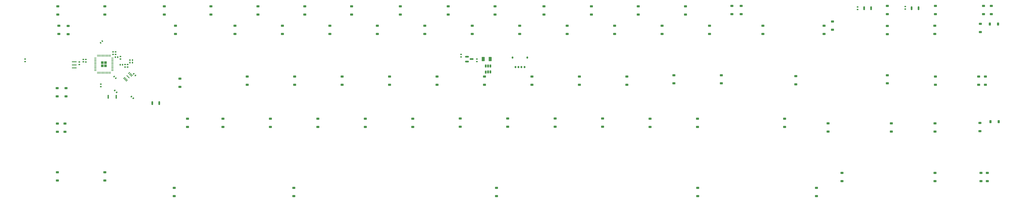
<source format=gbr>
%TF.GenerationSoftware,KiCad,Pcbnew,7.0.2*%
%TF.CreationDate,2023-07-13T16:44:56+10:00*%
%TF.ProjectId,W1-AT PCB,57312d41-5420-4504-9342-2e6b69636164,rev?*%
%TF.SameCoordinates,Original*%
%TF.FileFunction,Paste,Bot*%
%TF.FilePolarity,Positive*%
%FSLAX46Y46*%
G04 Gerber Fmt 4.6, Leading zero omitted, Abs format (unit mm)*
G04 Created by KiCad (PCBNEW 7.0.2) date 2023-07-13 16:44:56*
%MOMM*%
%LPD*%
G01*
G04 APERTURE LIST*
G04 Aperture macros list*
%AMRoundRect*
0 Rectangle with rounded corners*
0 $1 Rounding radius*
0 $2 $3 $4 $5 $6 $7 $8 $9 X,Y pos of 4 corners*
0 Add a 4 corners polygon primitive as box body*
4,1,4,$2,$3,$4,$5,$6,$7,$8,$9,$2,$3,0*
0 Add four circle primitives for the rounded corners*
1,1,$1+$1,$2,$3*
1,1,$1+$1,$4,$5*
1,1,$1+$1,$6,$7*
1,1,$1+$1,$8,$9*
0 Add four rect primitives between the rounded corners*
20,1,$1+$1,$2,$3,$4,$5,0*
20,1,$1+$1,$4,$5,$6,$7,0*
20,1,$1+$1,$6,$7,$8,$9,0*
20,1,$1+$1,$8,$9,$2,$3,0*%
G04 Aperture macros list end*
%ADD10RoundRect,0.225000X0.375000X-0.225000X0.375000X0.225000X-0.375000X0.225000X-0.375000X-0.225000X0*%
%ADD11RoundRect,0.250000X-0.375000X-0.625000X0.375000X-0.625000X0.375000X0.625000X-0.375000X0.625000X0*%
%ADD12RoundRect,0.225000X-0.375000X0.225000X-0.375000X-0.225000X0.375000X-0.225000X0.375000X0.225000X0*%
%ADD13RoundRect,0.150000X-0.150000X-0.275000X0.150000X-0.275000X0.150000X0.275000X-0.150000X0.275000X0*%
%ADD14RoundRect,0.175000X-0.175000X-0.225000X0.175000X-0.225000X0.175000X0.225000X-0.175000X0.225000X0*%
%ADD15RoundRect,0.250000X0.292217X-0.292217X0.292217X0.292217X-0.292217X0.292217X-0.292217X-0.292217X0*%
%ADD16RoundRect,0.050000X0.050000X-0.387500X0.050000X0.387500X-0.050000X0.387500X-0.050000X-0.387500X0*%
%ADD17RoundRect,0.050000X0.387500X-0.050000X0.387500X0.050000X-0.387500X0.050000X-0.387500X-0.050000X0*%
%ADD18RoundRect,0.135000X0.135000X0.185000X-0.135000X0.185000X-0.135000X-0.185000X0.135000X-0.185000X0*%
%ADD19RoundRect,0.135000X-0.226274X-0.035355X-0.035355X-0.226274X0.226274X0.035355X0.035355X0.226274X0*%
%ADD20RoundRect,0.140000X-0.170000X0.140000X-0.170000X-0.140000X0.170000X-0.140000X0.170000X0.140000X0*%
%ADD21RoundRect,0.150000X0.150000X-0.600000X0.150000X0.600000X-0.150000X0.600000X-0.150000X-0.600000X0*%
%ADD22RoundRect,0.225000X-0.225000X-0.375000X0.225000X-0.375000X0.225000X0.375000X-0.225000X0.375000X0*%
%ADD23RoundRect,0.135000X-0.185000X0.135000X-0.185000X-0.135000X0.185000X-0.135000X0.185000X0.135000X0*%
%ADD24RoundRect,0.140000X-0.140000X-0.170000X0.140000X-0.170000X0.140000X0.170000X-0.140000X0.170000X0*%
%ADD25RoundRect,0.140000X-0.219203X-0.021213X-0.021213X-0.219203X0.219203X0.021213X0.021213X0.219203X0*%
%ADD26RoundRect,0.140000X0.170000X-0.140000X0.170000X0.140000X-0.170000X0.140000X-0.170000X-0.140000X0*%
%ADD27RoundRect,0.135000X0.226274X0.035355X0.035355X0.226274X-0.226274X-0.035355X-0.035355X-0.226274X0*%
%ADD28RoundRect,0.150000X0.150000X-0.475000X0.150000X0.475000X-0.150000X0.475000X-0.150000X-0.475000X0*%
%ADD29RoundRect,0.137500X-0.137500X-0.612500X0.137500X-0.612500X0.137500X0.612500X-0.137500X0.612500X0*%
%ADD30RoundRect,0.140000X0.021213X-0.219203X0.219203X-0.021213X-0.021213X0.219203X-0.219203X0.021213X0*%
%ADD31RoundRect,0.135000X0.185000X-0.135000X0.185000X0.135000X-0.185000X0.135000X-0.185000X-0.135000X0*%
%ADD32RoundRect,0.150000X-0.587500X-0.150000X0.587500X-0.150000X0.587500X0.150000X-0.587500X0.150000X0*%
%ADD33O,1.900000X0.400000*%
%ADD34RoundRect,0.100000X0.850000X-0.100000X0.850000X0.100000X-0.850000X0.100000X-0.850000X-0.100000X0*%
%ADD35RoundRect,0.075000X-0.318198X-0.212132X-0.212132X-0.318198X0.318198X0.212132X0.212132X0.318198X0*%
%ADD36RoundRect,0.062500X0.494975X-0.583363X0.583363X-0.494975X-0.494975X0.583363X-0.583363X0.494975X0*%
G04 APERTURE END LIST*
D10*
%TO.C,D11*%
X168529000Y-49402000D03*
X168529000Y-46102000D03*
%TD*%
D11*
%TO.C,F2*%
X296542000Y-67310000D03*
X299342000Y-67310000D03*
%TD*%
D10*
%TO.C,D15*%
X172478670Y-122300000D03*
X172478670Y-119000000D03*
%TD*%
D12*
%TO.C,D56*%
X373062500Y-73756250D03*
X373062500Y-77056250D03*
%TD*%
D10*
%TO.C,D67*%
X458787500Y-49275000D03*
X458787500Y-45975000D03*
%TD*%
D12*
%TO.C,D28*%
X230187500Y-91218750D03*
X230187500Y-94518750D03*
%TD*%
D13*
%TO.C,J3*%
X309477000Y-70455000D03*
X310677000Y-70455000D03*
X311877000Y-70455000D03*
X313077000Y-70455000D03*
D14*
X308327000Y-66680000D03*
X314227000Y-66680000D03*
%TD*%
D12*
%TO.C,D57*%
X363537500Y-91218750D03*
X363537500Y-94518750D03*
%TD*%
D10*
%TO.C,D83*%
X500507000Y-49275000D03*
X500507000Y-45975000D03*
%TD*%
%TO.C,D73*%
X478028000Y-49275000D03*
X478028000Y-45975000D03*
%TD*%
D12*
%TO.C,D80*%
X495427000Y-74296000D03*
X495427000Y-77596000D03*
%TD*%
D15*
%TO.C,U4*%
X143634500Y-70011250D03*
X144909500Y-70011250D03*
X143634500Y-68736250D03*
X144909500Y-68736250D03*
D16*
X146872000Y-72811250D03*
X146472000Y-72811250D03*
X146072000Y-72811250D03*
X145672000Y-72811250D03*
X145272000Y-72811250D03*
X144872000Y-72811250D03*
X144472000Y-72811250D03*
X144072000Y-72811250D03*
X143672000Y-72811250D03*
X143272000Y-72811250D03*
X142872000Y-72811250D03*
X142472000Y-72811250D03*
X142072000Y-72811250D03*
X141672000Y-72811250D03*
D17*
X140834500Y-71973750D03*
X140834500Y-71573750D03*
X140834500Y-71173750D03*
X140834500Y-70773750D03*
X140834500Y-70373750D03*
X140834500Y-69973750D03*
X140834500Y-69573750D03*
X140834500Y-69173750D03*
X140834500Y-68773750D03*
X140834500Y-68373750D03*
X140834500Y-67973750D03*
X140834500Y-67573750D03*
X140834500Y-67173750D03*
X140834500Y-66773750D03*
D16*
X141672000Y-65936250D03*
X142072000Y-65936250D03*
X142472000Y-65936250D03*
X142872000Y-65936250D03*
X143272000Y-65936250D03*
X143672000Y-65936250D03*
X144072000Y-65936250D03*
X144472000Y-65936250D03*
X144872000Y-65936250D03*
X145272000Y-65936250D03*
X145672000Y-65936250D03*
X146072000Y-65936250D03*
X146472000Y-65936250D03*
X146872000Y-65936250D03*
D17*
X147709500Y-66773750D03*
X147709500Y-67173750D03*
X147709500Y-67573750D03*
X147709500Y-67973750D03*
X147709500Y-68373750D03*
X147709500Y-68773750D03*
X147709500Y-69173750D03*
X147709500Y-69573750D03*
X147709500Y-69973750D03*
X147709500Y-70373750D03*
X147709500Y-70773750D03*
X147709500Y-71173750D03*
X147709500Y-71573750D03*
X147709500Y-71973750D03*
%TD*%
D12*
%TO.C,D47*%
X330200000Y-53912500D03*
X330200000Y-57212500D03*
%TD*%
%TO.C,D39*%
X292100000Y-53912500D03*
X292100000Y-57212500D03*
%TD*%
%TO.C,D27*%
X239903000Y-74296000D03*
X239903000Y-77596000D03*
%TD*%
%TO.C,D64*%
X408781250Y-53912500D03*
X408781250Y-57212500D03*
%TD*%
D10*
%TO.C,D42*%
X301244000Y-49402000D03*
X301244000Y-46102000D03*
%TD*%
%TO.C,D33*%
X263271000Y-49402000D03*
X263271000Y-46102000D03*
%TD*%
D18*
%TO.C,R4*%
X155716670Y-68707000D03*
X154696670Y-68707000D03*
%TD*%
D12*
%TO.C,D76*%
X477901000Y-93092000D03*
X477901000Y-96392000D03*
%TD*%
%TO.C,D43*%
X311150000Y-53912500D03*
X311150000Y-57212500D03*
%TD*%
D19*
%TO.C,R7*%
X148623046Y-79903376D03*
X149344294Y-80624624D03*
%TD*%
D20*
%TO.C,C10*%
X143014670Y-77371000D03*
X143014670Y-78331000D03*
%TD*%
D12*
%TO.C,D69*%
X433387500Y-53912500D03*
X433387500Y-57212500D03*
%TD*%
D10*
%TO.C,D63*%
X396367000Y-49275000D03*
X396367000Y-45975000D03*
%TD*%
D21*
%TO.C,D93*%
X449450000Y-46831250D03*
X452250000Y-46831250D03*
%TD*%
D12*
%TO.C,D14*%
X177800000Y-91218750D03*
X177800000Y-94518750D03*
%TD*%
%TO.C,D34*%
X273050000Y-53912500D03*
X273050000Y-57212500D03*
%TD*%
D22*
%TO.C,D84*%
X499874000Y-53213000D03*
X503174000Y-53213000D03*
%TD*%
D12*
%TO.C,D52*%
X354203000Y-74296000D03*
X354203000Y-77596000D03*
%TD*%
%TO.C,D88*%
X458724000Y-53976000D03*
X458724000Y-57276000D03*
%TD*%
%TO.C,D85*%
X498094000Y-74296000D03*
X498094000Y-77596000D03*
%TD*%
%TO.C,D23*%
X220853000Y-74296000D03*
X220853000Y-77596000D03*
%TD*%
%TO.C,D89*%
X458787500Y-73756250D03*
X458787500Y-77056250D03*
%TD*%
D22*
%TO.C,D86*%
X500127000Y-92456000D03*
X503427000Y-92456000D03*
%TD*%
D10*
%TO.C,D6*%
X144653000Y-49402000D03*
X144653000Y-46102000D03*
%TD*%
D12*
%TO.C,D48*%
X335153000Y-74296000D03*
X335153000Y-77596000D03*
%TD*%
D10*
%TO.C,D78*%
X497332000Y-49275000D03*
X497332000Y-45975000D03*
%TD*%
D21*
%TO.C,D92*%
X163700000Y-84931250D03*
X166500000Y-84931250D03*
%TD*%
D23*
%TO.C,R6*%
X112661670Y-67308000D03*
X112661670Y-68328000D03*
%TD*%
D24*
%TO.C,C6*%
X150777000Y-69596000D03*
X151737000Y-69596000D03*
%TD*%
D10*
%TO.C,D20*%
X220472000Y-122300000D03*
X220472000Y-119000000D03*
%TD*%
D12*
%TO.C,D74*%
X477837500Y-53912500D03*
X477837500Y-57212500D03*
%TD*%
%TO.C,D79*%
X496093750Y-53118750D03*
X496093750Y-56418750D03*
%TD*%
D10*
%TO.C,D58*%
X377698000Y-49402000D03*
X377698000Y-46102000D03*
%TD*%
D12*
%TO.C,D71*%
X434975000Y-93092000D03*
X434975000Y-96392000D03*
%TD*%
D10*
%TO.C,D8*%
X129032000Y-82295000D03*
X129032000Y-78995000D03*
%TD*%
D12*
%TO.C,D10*%
X144653000Y-112777000D03*
X144653000Y-116077000D03*
%TD*%
%TO.C,D81*%
X495935000Y-92965000D03*
X495935000Y-96265000D03*
%TD*%
D25*
%TO.C,C4*%
X148377589Y-74336589D03*
X149056411Y-75015411D03*
%TD*%
D20*
%TO.C,C11*%
X152781000Y-69497000D03*
X152781000Y-70457000D03*
%TD*%
D26*
%TO.C,C3*%
X150876000Y-67254000D03*
X150876000Y-66294000D03*
%TD*%
D27*
%TO.C,R2*%
X156062624Y-83037624D03*
X155341376Y-82316376D03*
%TD*%
D12*
%TO.C,D7*%
X129921000Y-53975000D03*
X129921000Y-57275000D03*
%TD*%
D10*
%TO.C,D50*%
X339979000Y-49402000D03*
X339979000Y-46102000D03*
%TD*%
D26*
%TO.C,C8*%
X137033000Y-68425000D03*
X137033000Y-67465000D03*
%TD*%
D12*
%TO.C,D24*%
X211137500Y-91218750D03*
X211137500Y-94518750D03*
%TD*%
D26*
%TO.C,C9*%
X148971000Y-65377000D03*
X148971000Y-64417000D03*
%TD*%
D10*
%TO.C,D46*%
X320929000Y-49402000D03*
X320929000Y-46102000D03*
%TD*%
D12*
%TO.C,D70*%
X422021000Y-74169000D03*
X422021000Y-77469000D03*
%TD*%
D10*
%TO.C,D68*%
X400050000Y-49275000D03*
X400050000Y-45975000D03*
%TD*%
D28*
%TO.C,U3*%
X299400000Y-72422000D03*
X298450000Y-72422000D03*
X297500000Y-72497000D03*
X297500000Y-70072000D03*
X298450000Y-70072000D03*
X299400000Y-70072000D03*
%TD*%
D10*
%TO.C,D38*%
X282448000Y-49402000D03*
X282448000Y-46102000D03*
%TD*%
D12*
%TO.C,D91*%
X440563000Y-113031000D03*
X440563000Y-116331000D03*
%TD*%
D18*
%TO.C,R5*%
X155716670Y-67691000D03*
X154696670Y-67691000D03*
%TD*%
D10*
%TO.C,D25*%
X224917000Y-49402000D03*
X224917000Y-46102000D03*
%TD*%
D12*
%TO.C,D5*%
X125603000Y-112777000D03*
X125603000Y-116077000D03*
%TD*%
%TO.C,D90*%
X460375000Y-93092000D03*
X460375000Y-96392000D03*
%TD*%
%TO.C,D87*%
X498856000Y-113031000D03*
X498856000Y-116331000D03*
%TD*%
D10*
%TO.C,D1*%
X125742670Y-49403000D03*
X125742670Y-46103000D03*
%TD*%
D12*
%TO.C,D77*%
X477901000Y-113031000D03*
X477901000Y-116331000D03*
%TD*%
%TO.C,D17*%
X196850000Y-53912500D03*
X196850000Y-57212500D03*
%TD*%
D10*
%TO.C,D54*%
X358775000Y-49402000D03*
X358775000Y-46102000D03*
%TD*%
D12*
%TO.C,D59*%
X387350000Y-53912500D03*
X387350000Y-57212500D03*
%TD*%
D21*
%TO.C,D94*%
X468500000Y-46831250D03*
X471300000Y-46831250D03*
%TD*%
D10*
%TO.C,D3*%
X125476000Y-82294000D03*
X125476000Y-78994000D03*
%TD*%
D12*
%TO.C,D32*%
X249237500Y-91218750D03*
X249237500Y-94518750D03*
%TD*%
%TO.C,D26*%
X234950000Y-53912500D03*
X234950000Y-57212500D03*
%TD*%
D26*
%TO.C,C5*%
X147955000Y-65377000D03*
X147955000Y-64417000D03*
%TD*%
D12*
%TO.C,D41*%
X287337500Y-91187000D03*
X287337500Y-94487000D03*
%TD*%
%TO.C,D53*%
X344487500Y-91187000D03*
X344487500Y-94487000D03*
%TD*%
%TO.C,D82*%
X496316000Y-113031000D03*
X496316000Y-116331000D03*
%TD*%
D25*
%TO.C,C17*%
X156264259Y-73193589D03*
X156943081Y-73872411D03*
%TD*%
D20*
%TO.C,C15*%
X294017670Y-67310000D03*
X294017670Y-68270000D03*
%TD*%
D12*
%TO.C,D2*%
X126206250Y-53912500D03*
X126206250Y-57212500D03*
%TD*%
%TO.C,D45*%
X306387500Y-91187000D03*
X306387500Y-94487000D03*
%TD*%
D23*
%TO.C,R1*%
X134378670Y-68449001D03*
X134378670Y-69469001D03*
%TD*%
D10*
%TO.C,D37*%
X301891670Y-122300000D03*
X301891670Y-119000000D03*
%TD*%
D26*
%TO.C,C16*%
X287667670Y-66393000D03*
X287667670Y-65433000D03*
%TD*%
D12*
%TO.C,D51*%
X349250000Y-53912500D03*
X349250000Y-57212500D03*
%TD*%
D10*
%TO.C,D72*%
X430288670Y-122300000D03*
X430288670Y-119000000D03*
%TD*%
D12*
%TO.C,D75*%
X478028000Y-74296000D03*
X478028000Y-77596000D03*
%TD*%
D24*
%TO.C,C7*%
X148872000Y-66548000D03*
X149832000Y-66548000D03*
%TD*%
D12*
%TO.C,D18*%
X201803000Y-74296000D03*
X201803000Y-77596000D03*
%TD*%
D10*
%TO.C,D62*%
X382663670Y-122300000D03*
X382663670Y-119000000D03*
%TD*%
D12*
%TO.C,D40*%
X297053000Y-74296000D03*
X297053000Y-77596000D03*
%TD*%
D26*
%TO.C,C13*%
X136017000Y-68397000D03*
X136017000Y-67437000D03*
%TD*%
D12*
%TO.C,D12*%
X173037500Y-53912500D03*
X173037500Y-57212500D03*
%TD*%
D10*
%TO.C,D65*%
X436753000Y-55497000D03*
X436753000Y-52197000D03*
%TD*%
D12*
%TO.C,D30*%
X254000000Y-53912500D03*
X254000000Y-57212500D03*
%TD*%
%TO.C,D22*%
X215900000Y-53912500D03*
X215900000Y-57212500D03*
%TD*%
D20*
%TO.C,C14*%
X153797000Y-69497000D03*
X153797000Y-70457000D03*
%TD*%
D12*
%TO.C,D60*%
X392112500Y-73756250D03*
X392112500Y-77056250D03*
%TD*%
%TO.C,D4*%
X125603000Y-93219000D03*
X125603000Y-96519000D03*
%TD*%
D29*
%TO.C,SW1*%
X145987670Y-82423000D03*
X149237670Y-82423000D03*
%TD*%
D12*
%TO.C,D19*%
X192087500Y-91218750D03*
X192087500Y-94518750D03*
%TD*%
D30*
%TO.C,C12*%
X142916589Y-60791411D03*
X143595411Y-60112589D03*
%TD*%
D12*
%TO.C,D66*%
X417512500Y-91218750D03*
X417512500Y-94518750D03*
%TD*%
D31*
%TO.C,R3*%
X446786000Y-47371000D03*
X446786000Y-46351000D03*
%TD*%
D12*
%TO.C,D44*%
X316103000Y-74296000D03*
X316103000Y-77596000D03*
%TD*%
%TO.C,D49*%
X325437500Y-91187000D03*
X325437500Y-94487000D03*
%TD*%
%TO.C,D31*%
X258953000Y-74296000D03*
X258953000Y-77596000D03*
%TD*%
D10*
%TO.C,D29*%
X243713000Y-49402000D03*
X243713000Y-46102000D03*
%TD*%
D12*
%TO.C,D35*%
X278003000Y-74296000D03*
X278003000Y-77596000D03*
%TD*%
D10*
%TO.C,D21*%
X206121000Y-49402000D03*
X206121000Y-46102000D03*
%TD*%
D32*
%TO.C,U1*%
X289971000Y-68260000D03*
X289971000Y-66360000D03*
X291846000Y-67310000D03*
%TD*%
D12*
%TO.C,D36*%
X268287500Y-91218750D03*
X268287500Y-94518750D03*
%TD*%
D31*
%TO.C,R8*%
X465963000Y-47244000D03*
X465963000Y-46224000D03*
%TD*%
D10*
%TO.C,D16*%
X187198000Y-49402000D03*
X187198000Y-46102000D03*
%TD*%
D12*
%TO.C,D13*%
X174752000Y-75185000D03*
X174752000Y-78485000D03*
%TD*%
D33*
%TO.C,Y2*%
X132387142Y-70814500D03*
D34*
X132387142Y-69614500D03*
X132387142Y-68414500D03*
%TD*%
D12*
%TO.C,D55*%
X368300000Y-53912500D03*
X368300000Y-57212500D03*
%TD*%
%TO.C,D9*%
X128651000Y-93219000D03*
X128651000Y-96519000D03*
%TD*%
D35*
%TO.C,U2*%
X153477051Y-75942280D03*
X153123498Y-75588727D03*
X152769944Y-75235173D03*
X152416391Y-74881620D03*
X154396290Y-72901721D03*
X154749843Y-73255274D03*
X155103397Y-73608828D03*
X155456950Y-73962381D03*
D36*
X153936670Y-74422000D03*
%TD*%
D12*
%TO.C,D61*%
X382587500Y-91218750D03*
X382587500Y-94518750D03*
%TD*%
M02*

</source>
